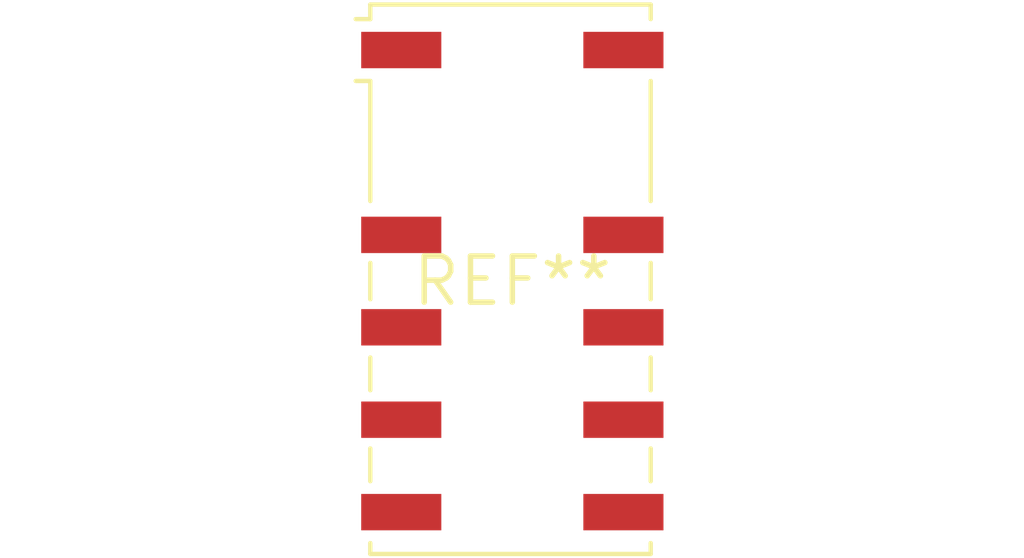
<source format=kicad_pcb>
(kicad_pcb (version 20240108) (generator pcbnew)
  (layers (0 "F.Cu" signal) (31 "B.Cu" signal) (34 "B.Paste" user) (35 "F.Paste" user) (36 "B.SilkS" user "B.Silkscreen") (37 "F.SilkS" user "F.Silkscreen") (38 "B.Mask" user) (39 "F.Mask" user) (44 "Edge.Cuts" user))
  (net 0 "")
  (footprint "Relay_DPDT_Omron_G6SK-2G" (layer "F.Cu") (at 0 0)
    (property "Reference" "REF**")
    (property "Value" "Relay_DPDT_Omron_G6SK-2G")
    (fp_line (start -4.3 -7.2) (end -3.9 -7.2) (layer "F.SilkS") (stroke (width 0.12)))
    (fp_line (start -3.9 -7.6) (end 3.8 -7.6) (layer "F.SilkS") (stroke (width 0.12)))
    (fp_line (start -3.9 -7.2) (end -3.9 -7.6) (layer "F.SilkS") (stroke (width 0.12)))
    (fp_line (start -3.9 -5.5) (end -4.3 -5.5) (layer "F.SilkS") (stroke (width 0.12)))
    (fp_line (start -3.9 -5.5) (end -3.9 -2.2) (layer "F.SilkS") (stroke (width 0.12)))
    (fp_line (start -3.9 -0.5) (end -3.9 0.5) (layer "F.SilkS") (stroke (width 0.12)))
    (fp_line (start -3.9 2.1) (end -3.9 3) (layer "F.SilkS") (stroke (width 0.12)))
    (fp_line (start -3.9 5.5) (end -3.9 4.6) (layer "F.SilkS") (stroke (width 0.12)))
    (fp_line (start -3.9 7.2) (end -3.9 7.5) (layer "F.SilkS") (stroke (width 0.12)))
    (fp_line (start -3.9 7.5) (end 3.8 7.5) (layer "F.SilkS") (stroke (width 0.12)))
    (fp_line (start 3.8 -7.6) (end 3.8 -7.2) (layer "F.SilkS") (stroke (width 0.12)))
    (fp_line (start 3.8 -5.5) (end 3.8 -2.2) (layer "F.SilkS") (stroke (width 0.12)))
    (fp_line (start 3.8 0.5) (end 3.8 -0.5) (layer "F.SilkS") (stroke (width 0.12)))
    (fp_line (start 3.8 3) (end 3.8 2.1) (layer "F.SilkS") (stroke (width 0.12)))
    (fp_line (start 3.8 4.6) (end 3.8 5.5) (layer "F.SilkS") (stroke (width 0.12)))
    (fp_line (start 3.8 7.5) (end 3.8 7.2) (layer "F.SilkS") (stroke (width 0.12)))
    (pad "1" smd rect (at -3.05 -6.35) (size 2.2 1) (layers "F.Cu" "F.Paste" "F.Mask"))
    (pad "3" smd rect (at -3.05 -1.27) (size 2.2 1) (layers "F.Cu" "F.Paste" "F.Mask"))
    (pad "4" smd rect (at -3.05 1.27) (size 2.2 1) (layers "F.Cu" "F.Paste" "F.Mask"))
    (pad "5" smd rect (at -3.05 3.81) (size 2.2 1) (layers "F.Cu" "F.Paste" "F.Mask"))
    (pad "6" smd rect (at -3.05 6.35) (size 2.2 1) (layers "F.Cu" "F.Paste" "F.Mask"))
    (pad "7" smd rect (at 3.05 6.35) (size 2.2 1) (layers "F.Cu" "F.Paste" "F.Mask"))
    (pad "8" smd rect (at 3.05 3.81) (size 2.2 1) (layers "F.Cu" "F.Paste" "F.Mask"))
    (pad "9" smd rect (at 3.05 1.27) (size 2.2 1) (layers "F.Cu" "F.Paste" "F.Mask"))
    (pad "10" smd rect (at 3.05 -1.27) (size 2.2 1) (layers "F.Cu" "F.Paste" "F.Mask"))
    (pad "12" smd rect (at 3.05 -6.35) (size 2.2 1) (layers "F.Cu" "F.Paste" "F.Mask"))
  )
)
</source>
